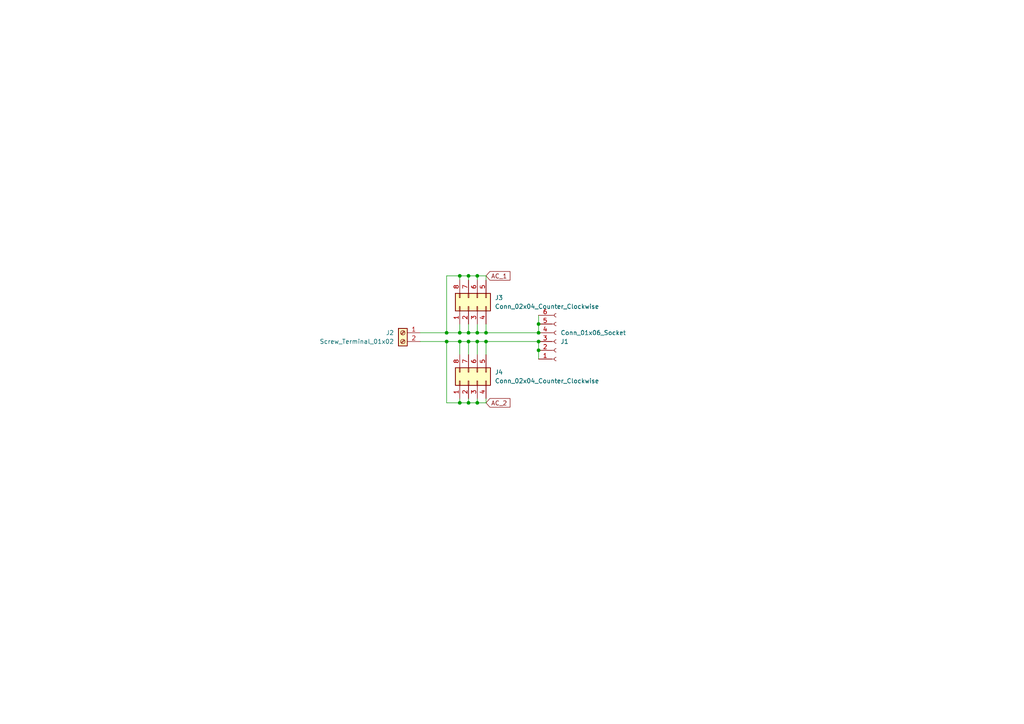
<source format=kicad_sch>
(kicad_sch (version 20231120) (generator "eeschema") (generator_version "8.0")
  (paper "A4")
  (lib_symbols
    (symbol "Connector:Conn_01x06_Socket" (pin_names (offset 1.016) hide)
      (property "Reference" "J" (at 0 7.62 0))
      (property "Value" "Conn_01x06_Socket" (at 0 -10.16 0))
      (symbol "Conn_01x06_Socket_1_1"
        (arc (start 0 -7.112) (mid -0.5058 -7.62) (end 0 -8.128) (stroke (width 0.1524)))
        (arc (start 0 -4.572) (mid -0.5058 -5.08) (end 0 -5.588) (stroke (width 0.1524)))
        (arc (start 0 -2.032) (mid -0.5058 -2.54) (end 0 -3.048) (stroke (width 0.1524)))
        (polyline (pts (xy -1.27 -7.62) (xy -0.508 -7.62)) (stroke (width 0.1524)))
        (polyline (pts (xy -1.27 -5.08) (xy -0.508 -5.08)) (stroke (width 0.1524)))
        (polyline (pts (xy -1.27 -2.54) (xy -0.508 -2.54)) (stroke (width 0.1524)))
        (polyline (pts (xy -1.27 0) (xy -0.508 0)) (stroke (width 0.1524)))
        (polyline (pts (xy -1.27 2.54) (xy -0.508 2.54)) (stroke (width 0.1524)))
        (polyline (pts (xy -1.27 5.08) (xy -0.508 5.08)) (stroke (width 0.1524)))
        (arc (start 0 0.508) (mid -0.5058 0) (end 0 -0.508) (stroke (width 0.1524)))
        (arc (start 0 3.048) (mid -0.5058 2.54) (end 0 2.032) (stroke (width 0.1524)))
        (arc (start 0 5.588) (mid -0.5058 5.08) (end 0 4.572) (stroke (width 0.1524)))
        (pin passive line (at -5.08 5.08 0) (length 3.81) (name "Pin_1") (number "1"))
        (pin passive line (at -5.08 2.54 0) (length 3.81) (name "Pin_2") (number "2"))
        (pin passive line (at -5.08 0 0) (length 3.81) (name "Pin_3") (number "3"))
        (pin passive line (at -5.08 -2.54 0) (length 3.81) (name "Pin_4") (number "4"))
        (pin passive line (at -5.08 -5.08 0) (length 3.81) (name "Pin_5") (number "5"))
        (pin passive line (at -5.08 -7.62 0) (length 3.81) (name "Pin_6") (number "6"))
      )
    )
    (symbol "Connector:Screw_Terminal_01x02" (pin_names (offset 1.016) hide)
      (property "Reference" "J" (at 0 2.54 0))
      (property "Value" "Screw_Terminal_01x02" (at 0 -5.08 0))
      (symbol "Screw_Terminal_01x02_1_1"
        (rectangle (start -1.27 1.27) (end 1.27 -3.81) (stroke (width 0.254)) (fill (type background)))
        (circle (center 0 -2.54) (radius 0.635) (stroke (width 0.1524)))
        (polyline (pts (xy -0.5334 -2.2098) (xy 0.3302 -3.048)) (stroke (width 0.1524)))
        (polyline (pts (xy -0.5334 0.3302) (xy 0.3302 -0.508)) (stroke (width 0.1524)))
        (polyline (pts (xy -0.3556 -2.032) (xy 0.508 -2.8702)) (stroke (width 0.1524)))
        (polyline (pts (xy -0.3556 0.508) (xy 0.508 -0.3302)) (stroke (width 0.1524)))
        (circle (center 0 0) (radius 0.635) (stroke (width 0.1524)))
        (pin passive line (at -5.08 0 0) (length 3.81) (name "Pin_1") (number "1"))
        (pin passive line (at -5.08 -2.54 0) (length 3.81) (name "Pin_2") (number "2"))
      )
    )
    (symbol "Connector_Generic:Conn_02x04_Counter_Clockwise" (pin_names (offset 1.016) hide)
      (property "Reference" "J" (at 1.27 5.08 0))
      (property "Value" "Conn_02x04_Counter_Clockwise" (at 1.27 -7.62 0))
      (symbol "Conn_02x04_Counter_Clockwise_1_1"
        (rectangle (start -1.27 -4.953) (end 0 -5.207) (stroke (width 0.1524)))
        (rectangle (start -1.27 -2.413) (end 0 -2.667) (stroke (width 0.1524)))
        (rectangle (start -1.27 0.127) (end 0 -0.127) (stroke (width 0.1524)))
        (rectangle (start -1.27 2.667) (end 0 2.413) (stroke (width 0.1524)))
        (rectangle (start -1.27 3.81) (end 3.81 -6.35) (stroke (width 0.254)) (fill (type background)))
        (rectangle (start 3.81 -4.953) (end 2.54 -5.207) (stroke (width 0.1524)))
        (rectangle (start 3.81 -2.413) (end 2.54 -2.667) (stroke (width 0.1524)))
        (rectangle (start 3.81 0.127) (end 2.54 -0.127) (stroke (width 0.1524)))
        (rectangle (start 3.81 2.667) (end 2.54 2.413) (stroke (width 0.1524)))
        (pin passive line (at -5.08 2.54 0) (length 3.81) (name "Pin_1") (number "1"))
        (pin passive line (at -5.08 0 0) (length 3.81) (name "Pin_2") (number "2"))
        (pin passive line (at -5.08 -2.54 0) (length 3.81) (name "Pin_3") (number "3"))
        (pin passive line (at -5.08 -5.08 0) (length 3.81) (name "Pin_4") (number "4"))
        (pin passive line (at 7.62 -5.08 180) (length 3.81) (name "Pin_5") (number "5"))
        (pin passive line (at 7.62 -2.54 180) (length 3.81) (name "Pin_6") (number "6"))
        (pin passive line (at 7.62 0 180) (length 3.81) (name "Pin_7") (number "7"))
        (pin passive line (at 7.62 2.54 180) (length 3.81) (name "Pin_8") (number "8"))
      )
    )
  )
  (junction (at 135.89 80.01))
  (junction (at 135.89 116.84))
  (junction (at 135.89 96.52))
  (junction (at 129.54 96.52))
  (junction (at 138.43 116.84))
  (junction (at 156.21 101.6))
  (junction (at 138.43 80.01))
  (junction (at 133.35 96.52))
  (junction (at 140.97 96.52))
  (junction (at 138.43 96.52))
  (junction (at 133.35 116.84))
  (junction (at 156.21 93.98))
  (junction (at 135.89 99.06))
  (junction (at 156.21 96.52))
  (junction (at 138.43 99.06))
  (junction (at 133.35 99.06))
  (junction (at 140.97 99.06))
  (junction (at 156.21 99.06))
  (junction (at 129.54 99.06))
  (junction (at 133.35 80.01))
  (wire (pts (xy 129.54 80.01) (xy 129.54 96.52)))
  (wire (pts (xy 140.97 80.01) (xy 138.43 80.01)))
  (wire (pts (xy 133.35 116.84) (xy 133.35 115.57)))
  (wire (pts (xy 135.89 99.06) (xy 138.43 99.06)))
  (wire (pts (xy 135.89 81.28) (xy 135.89 80.01)))
  (wire (pts (xy 129.54 99.06) (xy 129.54 116.84)))
  (wire (pts (xy 135.89 96.52) (xy 133.35 96.52)))
  (wire (pts (xy 133.35 99.06) (xy 135.89 99.06)))
  (wire (pts (xy 140.97 93.98) (xy 140.97 96.52)))
  (wire (pts (xy 156.21 99.06) (xy 156.21 101.6)))
  (wire (pts (xy 135.89 115.57) (xy 135.89 116.84)))
  (wire (pts (xy 135.89 93.98) (xy 135.89 96.52)))
  (wire (pts (xy 133.35 99.06) (xy 133.35 102.87)))
  (wire (pts (xy 138.43 93.98) (xy 138.43 96.52)))
  (wire (pts (xy 138.43 116.84) (xy 135.89 116.84)))
  (wire (pts (xy 138.43 96.52) (xy 135.89 96.52)))
  (wire (pts (xy 156.21 93.98) (xy 156.21 96.52)))
  (wire (pts (xy 129.54 116.84) (xy 133.35 116.84)))
  (wire (pts (xy 138.43 115.57) (xy 138.43 116.84)))
  (wire (pts (xy 140.97 96.52) (xy 138.43 96.52)))
  (wire (pts (xy 140.97 99.06) (xy 156.21 99.06)))
  (wire (pts (xy 133.35 80.01) (xy 129.54 80.01)))
  (wire (pts (xy 140.97 99.06) (xy 140.97 102.87)))
  (wire (pts (xy 129.54 96.52) (xy 133.35 96.52)))
  (wire (pts (xy 138.43 99.06) (xy 140.97 99.06)))
  (wire (pts (xy 140.97 96.52) (xy 156.21 96.52)))
  (wire (pts (xy 156.21 91.44) (xy 156.21 93.98)))
  (wire (pts (xy 135.89 80.01) (xy 133.35 80.01)))
  (wire (pts (xy 135.89 116.84) (xy 133.35 116.84)))
  (wire (pts (xy 121.92 99.06) (xy 129.54 99.06)))
  (wire (pts (xy 140.97 115.57) (xy 140.97 116.84)))
  (wire (pts (xy 133.35 96.52) (xy 133.35 93.98)))
  (wire (pts (xy 140.97 116.84) (xy 138.43 116.84)))
  (wire (pts (xy 121.92 96.52) (xy 129.54 96.52)))
  (wire (pts (xy 138.43 80.01) (xy 135.89 80.01)))
  (wire (pts (xy 138.43 99.06) (xy 138.43 102.87)))
  (wire (pts (xy 140.97 81.28) (xy 140.97 80.01)))
  (wire (pts (xy 129.54 99.06) (xy 133.35 99.06)))
  (wire (pts (xy 138.43 81.28) (xy 138.43 80.01)))
  (wire (pts (xy 135.89 99.06) (xy 135.89 102.87)))
  (wire (pts (xy 133.35 81.28) (xy 133.35 80.01)))
  (wire (pts (xy 156.21 101.6) (xy 156.21 104.14)))
  (global_label "AC_1" (shape input) (at 140.97 80.01 0) (property "Intersheetrefs" "${INTERSHEET_REFS}" (effects (hide yes))))
  (global_label "AC_2" (shape input) (at 140.97 116.84 0) (property "Intersheetrefs" "${INTERSHEET_REFS}" (effects (hide yes))))
  (symbol (lib_id "Connector_Generic:Conn_02x04_Counter_Clockwise") (at 135.89 110.49 90) (unit 1)
    (property "Reference" "J4" (at 143.51 107.95 90) (effects (justify right)))
    (property "Value" "Conn_02x04_Counter_Clockwise" (at 143.51 110.49 90) (effects (justify right)))
    (property "Footprint" "Library:conn_2x04_LLL" (effects (hide yes)))
  )
  (symbol (lib_id "Connector_Generic:Conn_02x04_Counter_Clockwise") (at 135.89 88.9 90) (unit 1)
    (property "Reference" "J3" (at 143.51 86.36 90) (effects (justify right)))
    (property "Value" "Conn_02x04_Counter_Clockwise" (at 143.51 88.9 90) (effects (justify right)))
    (property "Footprint" "Library:conn_2x04_LLL" (effects (hide yes)))
  )
  (symbol (lib_id "Connector:Conn_01x06_Socket") (at 161.29 99.06 0) (mirror x) (unit 1)
    (property "Reference" "J1" (at 162.56 99.06 0) (effects (justify left)))
    (property "Value" "Conn_01x06_Socket" (at 162.56 96.52 0) (effects (justify left)))
    (property "Footprint" "Library:Connector_Female_LLL" (effects (hide yes)))
  )
  (symbol (lib_id "Connector:Screw_Terminal_01x02") (at 116.84 96.52 0) (mirror y) (unit 1)
    (property "Reference" "J2" (at 114.3 96.52 0) (effects (justify left)))
    (property "Value" "Screw_Terminal_01x02" (at 114.3 99.06 0) (effects (justify left)))
    (property "Footprint" "TerminalBlock_RND:TerminalBlock_RND_205-00001_1x02_P5.00mm_Horizontal" (effects (hide yes)))
  )
)
</source>
